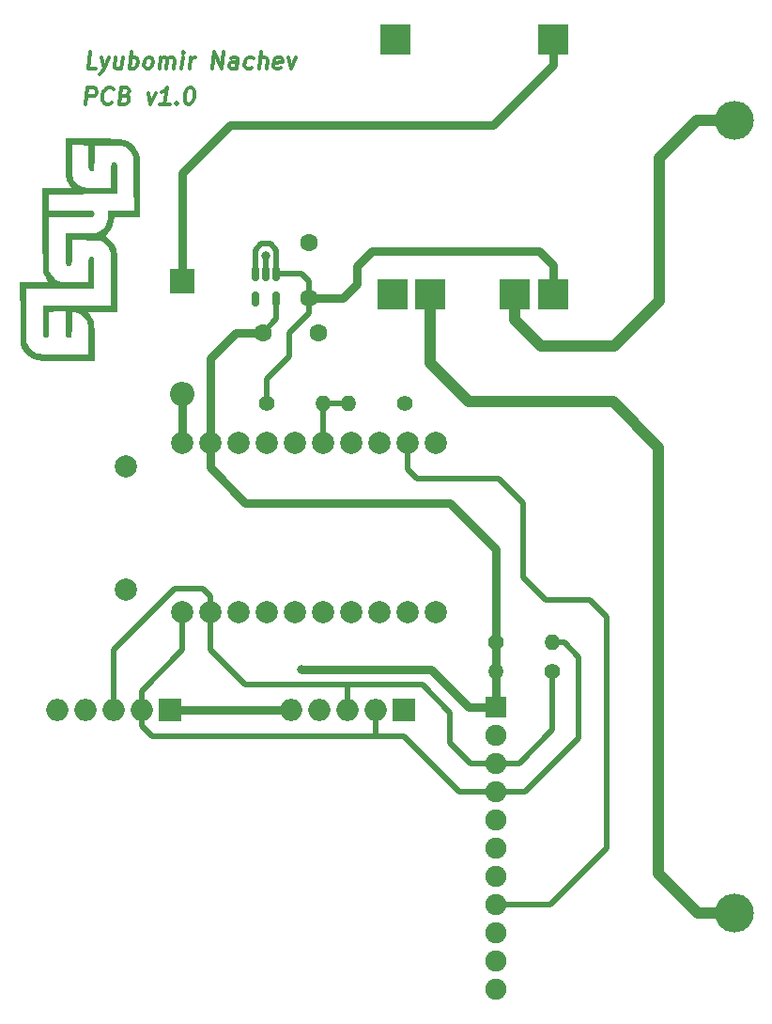
<source format=gtl>
G04 #@! TF.GenerationSoftware,KiCad,Pcbnew,(6.0.9)*
G04 #@! TF.CreationDate,2023-02-01T01:51:34+02:00*
G04 #@! TF.ProjectId,Schematics,53636865-6d61-4746-9963-732e6b696361,rev?*
G04 #@! TF.SameCoordinates,Original*
G04 #@! TF.FileFunction,Copper,L1,Top*
G04 #@! TF.FilePolarity,Positive*
%FSLAX46Y46*%
G04 Gerber Fmt 4.6, Leading zero omitted, Abs format (unit mm)*
G04 Created by KiCad (PCBNEW (6.0.9)) date 2023-02-01 01:51:34*
%MOMM*%
%LPD*%
G01*
G04 APERTURE LIST*
G04 Aperture macros list*
%AMRoundRect*
0 Rectangle with rounded corners*
0 $1 Rounding radius*
0 $2 $3 $4 $5 $6 $7 $8 $9 X,Y pos of 4 corners*
0 Add a 4 corners polygon primitive as box body*
4,1,4,$2,$3,$4,$5,$6,$7,$8,$9,$2,$3,0*
0 Add four circle primitives for the rounded corners*
1,1,$1+$1,$2,$3*
1,1,$1+$1,$4,$5*
1,1,$1+$1,$6,$7*
1,1,$1+$1,$8,$9*
0 Add four rect primitives between the rounded corners*
20,1,$1+$1,$2,$3,$4,$5,0*
20,1,$1+$1,$4,$5,$6,$7,0*
20,1,$1+$1,$6,$7,$8,$9,0*
20,1,$1+$1,$8,$9,$2,$3,0*%
G04 Aperture macros list end*
%ADD10C,0.300000*%
G04 #@! TA.AperFunction,NonConductor*
%ADD11C,0.300000*%
G04 #@! TD*
G04 #@! TA.AperFunction,ComponentPad*
%ADD12O,3.500000X3.500000*%
G04 #@! TD*
G04 #@! TA.AperFunction,ComponentPad*
%ADD13C,1.600000*%
G04 #@! TD*
G04 #@! TA.AperFunction,SMDPad,CuDef*
%ADD14RoundRect,0.150000X-0.150000X0.512500X-0.150000X-0.512500X0.150000X-0.512500X0.150000X0.512500X0*%
G04 #@! TD*
G04 #@! TA.AperFunction,ComponentPad*
%ADD15R,1.900000X1.900000*%
G04 #@! TD*
G04 #@! TA.AperFunction,ComponentPad*
%ADD16C,1.900000*%
G04 #@! TD*
G04 #@! TA.AperFunction,ComponentPad*
%ADD17R,2.000000X2.000000*%
G04 #@! TD*
G04 #@! TA.AperFunction,ComponentPad*
%ADD18O,2.000000X2.000000*%
G04 #@! TD*
G04 #@! TA.AperFunction,ComponentPad*
%ADD19C,1.400000*%
G04 #@! TD*
G04 #@! TA.AperFunction,ComponentPad*
%ADD20O,1.400000X1.400000*%
G04 #@! TD*
G04 #@! TA.AperFunction,ComponentPad*
%ADD21C,2.000000*%
G04 #@! TD*
G04 #@! TA.AperFunction,ComponentPad*
%ADD22R,2.800000X2.800000*%
G04 #@! TD*
G04 #@! TA.AperFunction,ComponentPad*
%ADD23R,2.200000X2.200000*%
G04 #@! TD*
G04 #@! TA.AperFunction,ComponentPad*
%ADD24O,2.200000X2.200000*%
G04 #@! TD*
G04 #@! TA.AperFunction,ViaPad*
%ADD25C,0.800000*%
G04 #@! TD*
G04 #@! TA.AperFunction,Conductor*
%ADD26C,0.800000*%
G04 #@! TD*
G04 #@! TA.AperFunction,Conductor*
%ADD27C,0.500000*%
G04 #@! TD*
G04 #@! TA.AperFunction,Conductor*
%ADD28C,1.000000*%
G04 #@! TD*
G04 APERTURE END LIST*
D10*
D11*
X109034562Y-67874571D02*
X109222062Y-66374571D01*
X109793491Y-66374571D01*
X109927419Y-66446000D01*
X109989919Y-66517428D01*
X110043491Y-66660285D01*
X110016705Y-66874571D01*
X109927419Y-67017428D01*
X109847062Y-67088857D01*
X109695276Y-67160285D01*
X109123848Y-67160285D01*
X111409562Y-67731714D02*
X111329205Y-67803142D01*
X111105991Y-67874571D01*
X110963133Y-67874571D01*
X110757776Y-67803142D01*
X110632776Y-67660285D01*
X110579205Y-67517428D01*
X110543491Y-67231714D01*
X110570276Y-67017428D01*
X110677419Y-66731714D01*
X110766705Y-66588857D01*
X110927419Y-66446000D01*
X111150633Y-66374571D01*
X111293491Y-66374571D01*
X111498848Y-66446000D01*
X111561348Y-66517428D01*
X112632776Y-67088857D02*
X112838133Y-67160285D01*
X112900633Y-67231714D01*
X112954205Y-67374571D01*
X112927419Y-67588857D01*
X112838133Y-67731714D01*
X112757776Y-67803142D01*
X112605991Y-67874571D01*
X112034562Y-67874571D01*
X112222062Y-66374571D01*
X112722062Y-66374571D01*
X112855991Y-66446000D01*
X112918491Y-66517428D01*
X112972062Y-66660285D01*
X112954205Y-66803142D01*
X112864919Y-66946000D01*
X112784562Y-67017428D01*
X112632776Y-67088857D01*
X112132776Y-67088857D01*
X114659562Y-66874571D02*
X114891705Y-67874571D01*
X115373848Y-66874571D01*
X116605991Y-67874571D02*
X115748848Y-67874571D01*
X116177419Y-67874571D02*
X116364919Y-66374571D01*
X116195276Y-66588857D01*
X116034562Y-66731714D01*
X115882776Y-66803142D01*
X117266705Y-67731714D02*
X117329205Y-67803142D01*
X117248848Y-67874571D01*
X117186348Y-67803142D01*
X117266705Y-67731714D01*
X117248848Y-67874571D01*
X118436348Y-66374571D02*
X118579205Y-66374571D01*
X118713133Y-66446000D01*
X118775633Y-66517428D01*
X118829205Y-66660285D01*
X118864919Y-66946000D01*
X118820276Y-67303142D01*
X118713133Y-67588857D01*
X118623848Y-67731714D01*
X118543491Y-67803142D01*
X118391705Y-67874571D01*
X118248848Y-67874571D01*
X118114919Y-67803142D01*
X118052419Y-67731714D01*
X117998848Y-67588857D01*
X117963133Y-67303142D01*
X118007776Y-66946000D01*
X118114919Y-66660285D01*
X118204205Y-66517428D01*
X118284562Y-66446000D01*
X118436348Y-66374571D01*
D10*
D11*
X109970276Y-64674571D02*
X109255991Y-64674571D01*
X109443491Y-63174571D01*
X110452419Y-63674571D02*
X110684562Y-64674571D01*
X111166705Y-63674571D02*
X110684562Y-64674571D01*
X110497062Y-65031714D01*
X110416705Y-65103142D01*
X110264919Y-65174571D01*
X112380991Y-63674571D02*
X112255991Y-64674571D01*
X111738133Y-63674571D02*
X111639919Y-64460285D01*
X111693491Y-64603142D01*
X111827419Y-64674571D01*
X112041705Y-64674571D01*
X112193491Y-64603142D01*
X112273848Y-64531714D01*
X112970276Y-64674571D02*
X113157776Y-63174571D01*
X113086348Y-63746000D02*
X113238133Y-63674571D01*
X113523848Y-63674571D01*
X113657776Y-63746000D01*
X113720276Y-63817428D01*
X113773848Y-63960285D01*
X113720276Y-64388857D01*
X113630991Y-64531714D01*
X113550633Y-64603142D01*
X113398848Y-64674571D01*
X113113133Y-64674571D01*
X112979205Y-64603142D01*
X114541705Y-64674571D02*
X114407776Y-64603142D01*
X114345276Y-64531714D01*
X114291705Y-64388857D01*
X114345276Y-63960285D01*
X114434562Y-63817428D01*
X114514919Y-63746000D01*
X114666705Y-63674571D01*
X114880991Y-63674571D01*
X115014919Y-63746000D01*
X115077419Y-63817428D01*
X115130991Y-63960285D01*
X115077419Y-64388857D01*
X114988133Y-64531714D01*
X114907776Y-64603142D01*
X114755991Y-64674571D01*
X114541705Y-64674571D01*
X115684562Y-64674571D02*
X115809562Y-63674571D01*
X115791705Y-63817428D02*
X115872062Y-63746000D01*
X116023848Y-63674571D01*
X116238133Y-63674571D01*
X116372062Y-63746000D01*
X116425633Y-63888857D01*
X116327419Y-64674571D01*
X116425633Y-63888857D02*
X116514919Y-63746000D01*
X116666705Y-63674571D01*
X116880991Y-63674571D01*
X117014919Y-63746000D01*
X117068491Y-63888857D01*
X116970276Y-64674571D01*
X117684562Y-64674571D02*
X117809562Y-63674571D01*
X117872062Y-63174571D02*
X117791705Y-63246000D01*
X117854205Y-63317428D01*
X117934562Y-63246000D01*
X117872062Y-63174571D01*
X117854205Y-63317428D01*
X118398848Y-64674571D02*
X118523848Y-63674571D01*
X118488133Y-63960285D02*
X118577419Y-63817428D01*
X118657776Y-63746000D01*
X118809562Y-63674571D01*
X118952419Y-63674571D01*
X120470276Y-64674571D02*
X120657776Y-63174571D01*
X121327419Y-64674571D01*
X121514919Y-63174571D01*
X122684562Y-64674571D02*
X122782776Y-63888857D01*
X122729205Y-63746000D01*
X122595276Y-63674571D01*
X122309562Y-63674571D01*
X122157776Y-63746000D01*
X122693491Y-64603142D02*
X122541705Y-64674571D01*
X122184562Y-64674571D01*
X122050633Y-64603142D01*
X121997062Y-64460285D01*
X122014919Y-64317428D01*
X122104205Y-64174571D01*
X122255991Y-64103142D01*
X122613133Y-64103142D01*
X122764919Y-64031714D01*
X124050633Y-64603142D02*
X123898848Y-64674571D01*
X123613133Y-64674571D01*
X123479205Y-64603142D01*
X123416705Y-64531714D01*
X123363133Y-64388857D01*
X123416705Y-63960285D01*
X123505991Y-63817428D01*
X123586348Y-63746000D01*
X123738133Y-63674571D01*
X124023848Y-63674571D01*
X124157776Y-63746000D01*
X124684562Y-64674571D02*
X124872062Y-63174571D01*
X125327419Y-64674571D02*
X125425633Y-63888857D01*
X125372062Y-63746000D01*
X125238133Y-63674571D01*
X125023848Y-63674571D01*
X124872062Y-63746000D01*
X124791705Y-63817428D01*
X126622062Y-64603142D02*
X126470276Y-64674571D01*
X126184562Y-64674571D01*
X126050633Y-64603142D01*
X125997062Y-64460285D01*
X126068491Y-63888857D01*
X126157776Y-63746000D01*
X126309562Y-63674571D01*
X126595276Y-63674571D01*
X126729205Y-63746000D01*
X126782776Y-63888857D01*
X126764919Y-64031714D01*
X126032776Y-64174571D01*
X127309562Y-63674571D02*
X127541705Y-64674571D01*
X128023848Y-63674571D01*
G36*
X107516946Y-90978510D02*
G01*
X106829643Y-90981361D01*
X106237874Y-90980438D01*
X105743666Y-90975774D01*
X105349046Y-90967401D01*
X105056043Y-90955354D01*
X104866683Y-90939664D01*
X104833740Y-90934834D01*
X104383520Y-90806832D01*
X103985110Y-90587721D01*
X103645302Y-90282662D01*
X103370889Y-89896816D01*
X103306312Y-89774220D01*
X103159624Y-89475523D01*
X103144534Y-86699059D01*
X103132622Y-84507113D01*
X103717573Y-84507113D01*
X103718093Y-86885042D01*
X103718612Y-89262971D01*
X103842886Y-89528661D01*
X103956374Y-89718832D01*
X104111500Y-89916181D01*
X104209287Y-90016631D01*
X104310410Y-90106619D01*
X104407291Y-90181539D01*
X104510389Y-90242770D01*
X104630164Y-90291691D01*
X104777074Y-90329682D01*
X104961578Y-90358121D01*
X105194136Y-90378388D01*
X105485207Y-90391863D01*
X105845250Y-90399923D01*
X106284723Y-90403948D01*
X106814086Y-90405318D01*
X107157890Y-90405440D01*
X109303603Y-90405440D01*
X109287052Y-89037134D01*
X109281391Y-88615333D01*
X109275067Y-88285378D01*
X109266922Y-88032840D01*
X109255799Y-87843290D01*
X109240539Y-87702299D01*
X109219986Y-87595438D01*
X109192981Y-87508278D01*
X109158367Y-87426391D01*
X109157705Y-87424957D01*
X108948560Y-87095152D01*
X108663139Y-86830588D01*
X108317004Y-86643024D01*
X108008473Y-86556600D01*
X107809205Y-86521544D01*
X107809205Y-87609487D01*
X107807849Y-88006659D01*
X107801836Y-88310103D01*
X107788247Y-88532352D01*
X107764162Y-88685943D01*
X107726662Y-88783407D01*
X107672829Y-88837280D01*
X107599744Y-88860095D01*
X107516946Y-88864435D01*
X107424420Y-88858606D01*
X107353737Y-88832759D01*
X107301975Y-88774356D01*
X107266211Y-88670859D01*
X107243523Y-88509729D01*
X107230990Y-88278428D01*
X107225689Y-87964419D01*
X107224686Y-87610396D01*
X107224686Y-86523361D01*
X106494038Y-86538145D01*
X105763389Y-86552929D01*
X105748975Y-87638176D01*
X105740606Y-88049204D01*
X105727734Y-88376994D01*
X105710763Y-88615162D01*
X105690094Y-88757323D01*
X105676046Y-88793929D01*
X105571372Y-88850449D01*
X105426618Y-88860299D01*
X105297631Y-88822552D01*
X105269205Y-88800670D01*
X105247879Y-88745006D01*
X105231293Y-88620483D01*
X105219104Y-88419369D01*
X105210968Y-88133932D01*
X105206542Y-87756438D01*
X105205440Y-87365942D01*
X105205440Y-85994979D01*
X111316318Y-85994979D01*
X111316022Y-83643620D01*
X111314659Y-83044032D01*
X111310826Y-82511768D01*
X111304664Y-82053402D01*
X111296317Y-81675513D01*
X111285926Y-81384677D01*
X111273635Y-81187470D01*
X111260757Y-81094334D01*
X111146258Y-80839156D01*
X110956091Y-80584711D01*
X110716193Y-80362887D01*
X110601468Y-80283775D01*
X110341961Y-80123222D01*
X107809205Y-80091284D01*
X107809205Y-81156730D01*
X107808567Y-81520871D01*
X107805739Y-81793855D01*
X107799349Y-81990797D01*
X107788027Y-82126812D01*
X107770401Y-82217016D01*
X107745102Y-82276524D01*
X107710757Y-82320453D01*
X107702929Y-82328452D01*
X107567669Y-82421190D01*
X107439280Y-82410448D01*
X107330963Y-82328452D01*
X107298398Y-82290742D01*
X107273253Y-82242042D01*
X107254572Y-82169223D01*
X107241400Y-82059155D01*
X107232782Y-81898711D01*
X107227763Y-81674760D01*
X107225389Y-81374174D01*
X107224705Y-80983823D01*
X107224686Y-80867155D01*
X107224686Y-79512134D01*
X108524576Y-79512134D01*
X108998445Y-79510028D01*
X109380199Y-79501731D01*
X109683948Y-79484279D01*
X109923804Y-79454705D01*
X110113880Y-79410044D01*
X110268286Y-79347331D01*
X110401134Y-79263599D01*
X110526535Y-79155884D01*
X110608182Y-79074253D01*
X110785321Y-78874089D01*
X110905325Y-78687700D01*
X110980227Y-78484020D01*
X111022059Y-78231981D01*
X111040543Y-77957846D01*
X111062988Y-77439749D01*
X113392798Y-77439749D01*
X113377466Y-75035251D01*
X113373722Y-74466989D01*
X113370058Y-73995030D01*
X113365972Y-73609403D01*
X113360959Y-73300137D01*
X113354518Y-73057261D01*
X113346144Y-72870804D01*
X113335335Y-72730795D01*
X113321587Y-72627263D01*
X113304399Y-72550236D01*
X113283265Y-72489743D01*
X113257685Y-72435814D01*
X113245113Y-72412012D01*
X113058238Y-72117446D01*
X112844890Y-71899872D01*
X112575795Y-71730044D01*
X112549339Y-71716837D01*
X112246234Y-71567992D01*
X109855021Y-71567992D01*
X109840607Y-72653239D01*
X109832238Y-73064267D01*
X109819366Y-73392057D01*
X109802394Y-73630225D01*
X109781726Y-73772386D01*
X109767678Y-73808992D01*
X109662723Y-73865715D01*
X109518613Y-73875133D01*
X109391357Y-73837244D01*
X109357845Y-73808992D01*
X109335147Y-73727671D01*
X109315903Y-73546501D01*
X109300516Y-73271868D01*
X109289390Y-72910156D01*
X109284916Y-72653239D01*
X109270502Y-71567992D01*
X108536674Y-71553187D01*
X107802845Y-71538382D01*
X107819310Y-72961346D01*
X107825513Y-73425926D01*
X107834420Y-73798119D01*
X107849370Y-74091814D01*
X107873702Y-74320900D01*
X107910754Y-74499263D01*
X107963865Y-74640792D01*
X108036374Y-74759376D01*
X108131618Y-74868902D01*
X108252937Y-74983259D01*
X108319556Y-75042311D01*
X108460455Y-75157262D01*
X108600948Y-75246599D01*
X108756719Y-75313459D01*
X108943453Y-75360979D01*
X109176835Y-75392297D01*
X109472550Y-75410551D01*
X109846282Y-75418879D01*
X110210063Y-75420502D01*
X111316318Y-75420502D01*
X111316318Y-74369564D01*
X111318511Y-73964154D01*
X111326917Y-73652864D01*
X111344275Y-73423592D01*
X111373327Y-73264240D01*
X111416811Y-73162707D01*
X111477469Y-73106894D01*
X111558039Y-73084699D01*
X111607795Y-73082427D01*
X111692937Y-73086363D01*
X111759773Y-73105807D01*
X111810515Y-73152216D01*
X111847373Y-73237045D01*
X111872560Y-73371751D01*
X111888288Y-73567789D01*
X111896769Y-73836614D01*
X111900214Y-74189684D01*
X111900837Y-74600226D01*
X111900837Y-75951020D01*
X105763389Y-75978452D01*
X105748605Y-76709101D01*
X105733821Y-77439749D01*
X107644832Y-77439749D01*
X108100797Y-77441118D01*
X108522922Y-77445019D01*
X108898793Y-77451151D01*
X109215996Y-77459206D01*
X109462120Y-77468883D01*
X109624751Y-77479875D01*
X109687601Y-77489843D01*
X109818497Y-77585874D01*
X109861522Y-77726460D01*
X109809540Y-77887045D01*
X109805065Y-77894025D01*
X109719726Y-78024268D01*
X105731784Y-78024268D01*
X105747586Y-80428766D01*
X105763389Y-82833264D01*
X105907394Y-83106280D01*
X106033920Y-83302315D01*
X106192874Y-83492270D01*
X106272272Y-83568354D01*
X106406392Y-83675625D01*
X106538249Y-83758984D01*
X106683415Y-83821389D01*
X106857461Y-83865795D01*
X107075961Y-83895161D01*
X107354485Y-83912445D01*
X107708607Y-83920603D01*
X108137500Y-83922594D01*
X109297071Y-83922594D01*
X109297071Y-82837060D01*
X109298183Y-82460839D01*
X109302182Y-82176890D01*
X109310070Y-81971224D01*
X109322844Y-81829855D01*
X109341504Y-81738793D01*
X109367050Y-81684052D01*
X109380574Y-81668022D01*
X109513014Y-81591513D01*
X109669326Y-81612942D01*
X109725669Y-81639527D01*
X109756613Y-81661032D01*
X109780644Y-81696666D01*
X109798631Y-81758809D01*
X109811446Y-81859839D01*
X109819960Y-82012135D01*
X109825042Y-82228075D01*
X109827564Y-82520037D01*
X109828397Y-82900401D01*
X109828452Y-83100824D01*
X109828452Y-84507113D01*
X103717573Y-84507113D01*
X103132622Y-84507113D01*
X103129445Y-83922594D01*
X105741926Y-83922594D01*
X105571705Y-83675187D01*
X105447473Y-83472794D01*
X105330291Y-83247305D01*
X105290178Y-83157091D01*
X105268691Y-83102394D01*
X105250120Y-83045060D01*
X105234215Y-82977224D01*
X105220728Y-82891020D01*
X105209410Y-82778584D01*
X105200012Y-82632051D01*
X105192286Y-82443555D01*
X105185982Y-82205231D01*
X105180853Y-81909213D01*
X105176649Y-81547638D01*
X105173121Y-81112640D01*
X105170021Y-80596353D01*
X105167100Y-79990913D01*
X105164110Y-79288454D01*
X105163555Y-79153452D01*
X105148239Y-75420502D01*
X107809028Y-75420502D01*
X107617112Y-75153369D01*
X107515085Y-75004727D01*
X107432348Y-74862858D01*
X107366902Y-74714735D01*
X107316744Y-74547333D01*
X107279873Y-74347628D01*
X107254288Y-74102594D01*
X107237987Y-73799205D01*
X107228969Y-73424436D01*
X107225232Y-72965262D01*
X107224686Y-72599450D01*
X107224686Y-70956904D01*
X109549477Y-70957306D01*
X110176638Y-70958191D01*
X110707705Y-70961134D01*
X111152854Y-70966910D01*
X111522262Y-70976300D01*
X111826101Y-70990080D01*
X112074550Y-71009029D01*
X112277781Y-71033925D01*
X112445972Y-71065546D01*
X112589297Y-71104671D01*
X112717931Y-71152077D01*
X112842051Y-71208542D01*
X112843401Y-71209203D01*
X113125099Y-71390648D01*
X113399635Y-71643885D01*
X113637398Y-71936828D01*
X113808779Y-72237391D01*
X113822587Y-72270234D01*
X113850268Y-72340429D01*
X113873546Y-72408578D01*
X113892860Y-72484228D01*
X113908651Y-72576926D01*
X113921359Y-72696218D01*
X113931423Y-72851649D01*
X113939283Y-73052768D01*
X113945379Y-73309119D01*
X113950152Y-73630250D01*
X113954040Y-74025706D01*
X113957485Y-74505035D01*
X113960925Y-75077782D01*
X113962197Y-75299899D01*
X113977741Y-78022183D01*
X111670971Y-78050837D01*
X111602236Y-78387959D01*
X111479408Y-78813020D01*
X111291804Y-79172769D01*
X111051662Y-79468235D01*
X110806394Y-79722696D01*
X111064288Y-79896390D01*
X111244207Y-80045856D01*
X111427751Y-80243474D01*
X111531333Y-80380981D01*
X111610399Y-80499604D01*
X111677296Y-80607788D01*
X111733041Y-80715231D01*
X111778651Y-80831634D01*
X111815142Y-80966695D01*
X111843532Y-81130114D01*
X111864838Y-81331591D01*
X111880076Y-81580824D01*
X111890263Y-81887514D01*
X111896415Y-82261360D01*
X111899551Y-82712060D01*
X111900686Y-83249316D01*
X111900837Y-83882825D01*
X111900837Y-86579498D01*
X109297248Y-86579498D01*
X109478084Y-86831904D01*
X109576746Y-86974974D01*
X109656562Y-87109336D01*
X109719518Y-87248082D01*
X109767600Y-87404303D01*
X109802795Y-87591093D01*
X109827090Y-87821543D01*
X109842470Y-88108745D01*
X109850923Y-88465791D01*
X109854434Y-88905774D01*
X109855021Y-89316109D01*
X109855021Y-90963389D01*
X109303603Y-90966955D01*
X107516946Y-90978510D01*
G37*
D12*
X167500000Y-69300000D03*
X167500000Y-140700000D03*
D13*
X124988000Y-88446000D03*
X129988000Y-88446000D03*
D14*
X126238000Y-83108500D03*
X125288000Y-83108500D03*
X124338000Y-83108500D03*
X124338000Y-85383500D03*
X126238000Y-85383500D03*
D15*
X146043000Y-122138000D03*
D16*
X146043000Y-124678000D03*
X146043000Y-127218000D03*
X146043000Y-129758000D03*
X146043000Y-132298000D03*
X146043000Y-134838000D03*
X146043000Y-137378000D03*
X146043000Y-139918000D03*
X146043000Y-142458000D03*
X146043000Y-144998000D03*
X146043000Y-147538000D03*
D17*
X137750000Y-122435500D03*
D18*
X135210000Y-122435500D03*
X132670000Y-122435500D03*
X130130000Y-122435500D03*
X127590000Y-122435500D03*
D19*
X151128000Y-118946000D03*
D20*
X146048000Y-118946000D03*
D19*
X137828000Y-94796000D03*
D20*
X132748000Y-94796000D03*
D19*
X125348000Y-94796000D03*
D20*
X130428000Y-94796000D03*
D21*
X130433000Y-98380000D03*
X135513000Y-113620000D03*
X138053000Y-113620000D03*
X117733000Y-113620000D03*
X120273000Y-113620000D03*
X122813000Y-113620000D03*
X125353000Y-113620000D03*
X127893000Y-113620000D03*
X130433000Y-113620000D03*
X127893000Y-98380000D03*
X125353000Y-98380000D03*
X132973000Y-113620000D03*
X138053000Y-98380000D03*
X135513000Y-98380000D03*
X132973000Y-98380000D03*
X140593000Y-113620000D03*
X140593000Y-98380000D03*
X122813000Y-98380000D03*
X120273000Y-98380000D03*
X112653000Y-100440000D03*
X112653000Y-111560000D03*
X117733000Y-98380000D03*
D17*
X116618000Y-122396000D03*
D18*
X114078000Y-122396000D03*
X111538000Y-122396000D03*
X108998000Y-122396000D03*
X106458000Y-122396000D03*
D22*
X151188000Y-62046000D03*
X136988000Y-62046000D03*
X151188000Y-84946000D03*
X147688000Y-84946000D03*
X140088000Y-84946000D03*
X136688000Y-84946000D03*
D13*
X129188000Y-85346000D03*
X129188000Y-80346000D03*
D19*
X146048000Y-116346000D03*
D20*
X151128000Y-116346000D03*
D23*
X117788000Y-83766000D03*
D24*
X117788000Y-93926000D03*
D25*
X125288000Y-81546000D03*
X128488000Y-118746000D03*
D26*
X134858000Y-81086000D02*
X149938000Y-81086000D01*
X151188000Y-82336000D02*
X151188000Y-84946000D01*
X132198000Y-85346000D02*
X133498000Y-84046000D01*
D27*
X127398000Y-88446000D02*
X127398000Y-90546000D01*
D26*
X149938000Y-81086000D02*
X151188000Y-82336000D01*
D27*
X124888000Y-80446000D02*
X125688000Y-80446000D01*
X126238000Y-80996000D02*
X126238000Y-83108500D01*
D26*
X133498000Y-84046000D02*
X133498000Y-82446000D01*
D27*
X127398000Y-90546000D02*
X125348000Y-92596000D01*
X124338000Y-83108500D02*
X124338000Y-80996000D01*
X124338000Y-80996000D02*
X124888000Y-80446000D01*
X128460500Y-83108500D02*
X129188000Y-83836000D01*
D26*
X133498000Y-82446000D02*
X134858000Y-81086000D01*
D27*
X129188000Y-83836000D02*
X129188000Y-85346000D01*
X126238000Y-83108500D02*
X128460500Y-83108500D01*
X129188000Y-86656000D02*
X127398000Y-88446000D01*
X125348000Y-92596000D02*
X125348000Y-94796000D01*
D26*
X129188000Y-85346000D02*
X132198000Y-85346000D01*
D27*
X129188000Y-85346000D02*
X129188000Y-86656000D01*
X125688000Y-80446000D02*
X126238000Y-80996000D01*
X125288000Y-83108500D02*
X125288000Y-81546000D01*
D26*
X140198000Y-118746000D02*
X143590000Y-122138000D01*
X143590000Y-122138000D02*
X146043000Y-122138000D01*
X146048000Y-107896000D02*
X141898000Y-103746000D01*
X141898000Y-103746000D02*
X123428000Y-103746000D01*
X146048000Y-116346000D02*
X146048000Y-107896000D01*
X123428000Y-103746000D02*
X120273000Y-100591000D01*
X120273000Y-100591000D02*
X120273000Y-98380000D01*
X127590000Y-122435500D02*
X116657500Y-122435500D01*
X128488000Y-118746000D02*
X140198000Y-118746000D01*
X146048000Y-118946000D02*
X146048000Y-122133000D01*
D27*
X126238000Y-85383500D02*
X126238000Y-87196000D01*
D26*
X146048000Y-122133000D02*
X146043000Y-122138000D01*
D27*
X126238000Y-87196000D02*
X124988000Y-88446000D01*
D26*
X120273000Y-90771000D02*
X122598000Y-88446000D01*
X116657500Y-122435500D02*
X116618000Y-122396000D01*
X146048000Y-116346000D02*
X146048000Y-118946000D01*
X120273000Y-98380000D02*
X120273000Y-90771000D01*
X122598000Y-88446000D02*
X124988000Y-88446000D01*
X122098000Y-69746000D02*
X145798000Y-69746000D01*
X145798000Y-69746000D02*
X151188000Y-64356000D01*
X151188000Y-64356000D02*
X151188000Y-62046000D01*
X117788000Y-83766000D02*
X117788000Y-74056000D01*
X117788000Y-74056000D02*
X122098000Y-69746000D01*
X117733000Y-93981000D02*
X117788000Y-93926000D01*
X117733000Y-98380000D02*
X117733000Y-93981000D01*
D27*
X146043000Y-129758000D02*
X148686000Y-129758000D01*
X135210000Y-122435500D02*
X135210000Y-124768000D01*
X115020000Y-124768000D02*
X135210000Y-124768000D01*
X114078000Y-123826000D02*
X115020000Y-124768000D01*
X114078000Y-122396000D02*
X114078000Y-120672000D01*
X137768000Y-124768000D02*
X142758000Y-129758000D01*
X135210000Y-124768000D02*
X137768000Y-124768000D01*
X142758000Y-129758000D02*
X146043000Y-129758000D01*
X153500000Y-124944000D02*
X153500000Y-117648000D01*
X148686000Y-129758000D02*
X153500000Y-124944000D01*
X117733000Y-117017000D02*
X117733000Y-113620000D01*
X114078000Y-122396000D02*
X114078000Y-123826000D01*
X153500000Y-117648000D02*
X152198000Y-116346000D01*
X114078000Y-120672000D02*
X117733000Y-117017000D01*
X152198000Y-116346000D02*
X151128000Y-116346000D01*
X143770000Y-127218000D02*
X146043000Y-127218000D01*
X151128000Y-118946000D02*
X151128000Y-124216000D01*
X111538000Y-117006000D02*
X117098000Y-111446000D01*
X111538000Y-122396000D02*
X111538000Y-117006000D01*
X120273000Y-117023000D02*
X120273000Y-113620000D01*
X119598000Y-111446000D02*
X120273000Y-112121000D01*
X117098000Y-111446000D02*
X119598000Y-111446000D01*
X151128000Y-124216000D02*
X148126000Y-127218000D01*
X123396000Y-120146000D02*
X120273000Y-117023000D01*
X120273000Y-112121000D02*
X120273000Y-113620000D01*
X131498000Y-120146000D02*
X132854000Y-120146000D01*
X139398000Y-120146000D02*
X141898000Y-122646000D01*
X141898000Y-125346000D02*
X143770000Y-127218000D01*
X132670000Y-122435500D02*
X132670000Y-120330000D01*
X148126000Y-127218000D02*
X146043000Y-127218000D01*
X132670000Y-120330000D02*
X132854000Y-120146000D01*
X141898000Y-122646000D02*
X141898000Y-125346000D01*
X131498000Y-120146000D02*
X123396000Y-120146000D01*
X132854000Y-120146000D02*
X139398000Y-120146000D01*
X132748000Y-94796000D02*
X130428000Y-94796000D01*
X130433000Y-98380000D02*
X130433000Y-94801000D01*
X130433000Y-94801000D02*
X130428000Y-94796000D01*
X146296000Y-101546000D02*
X148500000Y-103750000D01*
X156000000Y-114000000D02*
X156000000Y-134844000D01*
X154500000Y-112500000D02*
X156000000Y-114000000D01*
X150500000Y-112500000D02*
X154500000Y-112500000D01*
X150926000Y-139918000D02*
X146043000Y-139918000D01*
X148500000Y-110500000D02*
X150500000Y-112500000D01*
X138053000Y-100701000D02*
X138898000Y-101546000D01*
X138898000Y-101546000D02*
X146296000Y-101546000D01*
X156000000Y-134844000D02*
X150926000Y-139918000D01*
X138053000Y-98380000D02*
X138053000Y-100701000D01*
X148500000Y-103750000D02*
X148500000Y-110500000D01*
D28*
X164152000Y-69300000D02*
X167500000Y-69300000D01*
X160748000Y-72696000D02*
X164148000Y-69296000D01*
X156698000Y-89646000D02*
X160748000Y-85596000D01*
X164148000Y-69296000D02*
X164152000Y-69300000D01*
X160748000Y-85596000D02*
X160748000Y-72696000D01*
X147688000Y-84946000D02*
X147688000Y-87256000D01*
X147688000Y-87256000D02*
X150078000Y-89646000D01*
X150078000Y-89646000D02*
X156698000Y-89646000D01*
X164252000Y-140700000D02*
X167500000Y-140700000D01*
X160698000Y-137146000D02*
X164252000Y-140700000D01*
X140088000Y-91136000D02*
X143598000Y-94646000D01*
X160698000Y-98746000D02*
X160698000Y-137146000D01*
X140088000Y-84946000D02*
X140088000Y-91136000D01*
X156598000Y-94646000D02*
X160698000Y-98746000D01*
X143598000Y-94646000D02*
X156598000Y-94646000D01*
M02*

</source>
